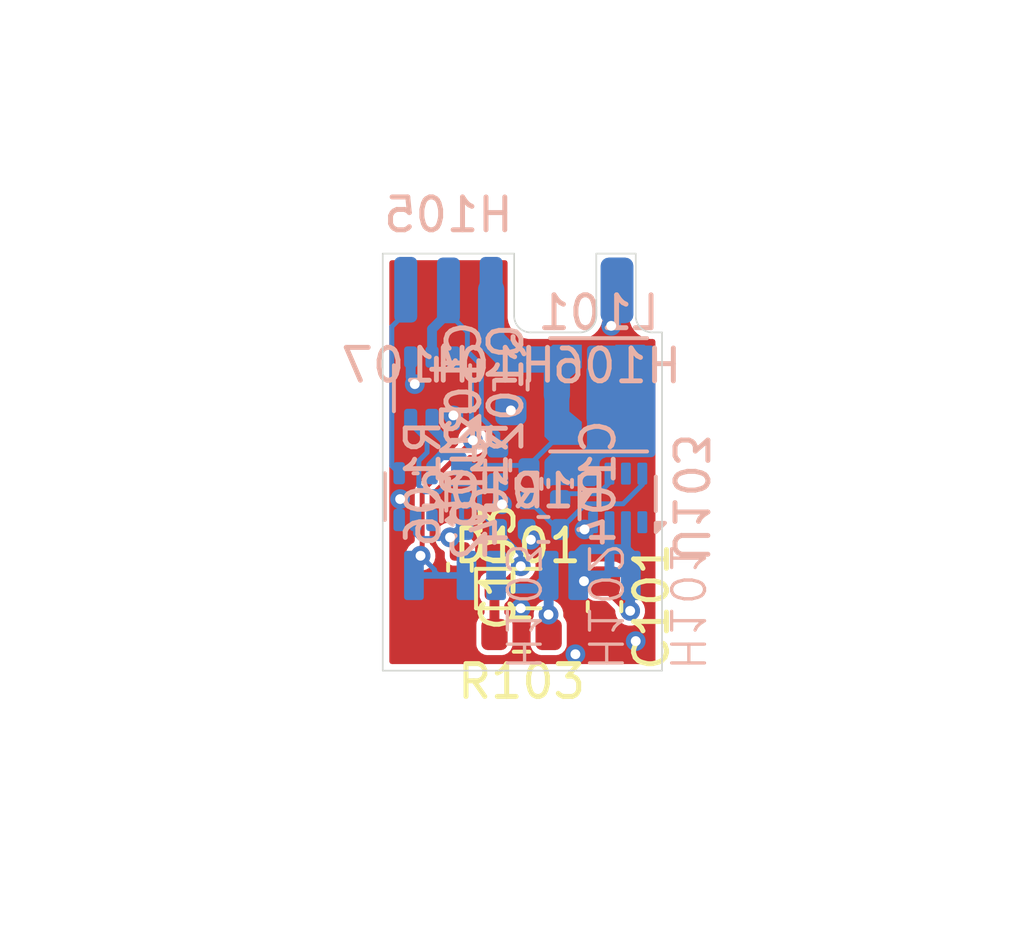
<source format=kicad_pcb>
(kicad_pcb (version 20241229) (generator "pcbnew") (generator_version "9.0")
  (layers (0 "F.Cu" signal) (2 "B.Cu" signal) (13 "F.Paste" user) (15 "B.Paste" user) (5 "F.SilkS" user "F.Silkscreen") (7 "B.SilkS" user "B.Silkscreen") (1 "F.Mask" user) (3 "B.Mask" user) (25 "Edge.Cuts" user))
  (net 0 "")
  (net 1 "GND")
  (net 3 "+3V3")
  (net 4 "/IO4")
  (net 5 "/IO5")
  (net 8 "/V+")
  (net 9 "/IN")
  (net 10 "/BST")
  (net 11 "/SW")
  (net 12 "/DBUS_R")
  (net 13 "/DBUS")
  (net 14 "/V-")
  (net 15 "/FB")
  (footprint "Capacitor_SMD:C_0603_1608Metric" (layer "F.Cu") (at 106.750001 110.75 -90)
    (property "Reference" "C101" (at 0 -1.43 90) (layer "F.SilkS"))
    (property "Value" "1u")
    (fp_line (start -0.140581 0.51) (end 0.140581 0.51) (stroke (width 0.12)) (layer "F.SilkS"))
    (fp_line (start -0.140581 -0.51) (end 0.140581 -0.51) (stroke (width 0.12)) (layer "F.SilkS"))
    (pad "1" smd roundrect (at -0.775 0 270) (size 0.9 0.95) (layers "F.Cu" "F.Mask" "F.Paste") (net 8 "/V+"))
    (pad "2" smd roundrect (at 0.775 0 270) (size 0.9 0.95) (layers "F.Cu" "F.Mask" "F.Paste") (net 1 "GND"))
  )
  (footprint "Diode_SMD:D_SOD-523" (layer "F.Cu") (at 104.1 110.2)
    (property "Reference" "D101" (at 0 -1.3 0) (layer "F.SilkS"))
    (property "Value" "ESD5Z5.0T1G")
    (fp_line (start -1.26 -0.6) (end -1.26 0.6) (stroke (width 0.12)) (layer "F.SilkS"))
    (fp_line (start 0.7 -0.6) (end -1.26 -0.6) (stroke (width 0.12)) (layer "F.SilkS"))
    (fp_line (start 0.7 0.6) (end -1.26 0.6) (stroke (width 0.12)) (layer "F.SilkS"))
    (pad "1" smd roundrect (at -0.7 0 180) (size 0.6 0.7) (layers "F.Cu" "F.Mask" "F.Paste") (net 12 "/DBUS_R"))
    (pad "2" smd roundrect (at 0.7 0 180) (size 0.6 0.7) (layers "F.Cu" "F.Mask" "F.Paste") (net 1 "GND"))
  )
  (footprint "Resistor_SMD:R_0603_1608Metric" (layer "F.Cu") (at 104.225 111.6 180)
    (property "Reference" "R103" (at 0 -1.43 0) (layer "F.SilkS"))
    (property "Value" "100R")
    (fp_line (start -0.237258 0.5225) (end 0.237258 0.5225) (stroke (width 0.12)) (layer "F.SilkS"))
    (fp_line (start -0.237258 -0.5225) (end 0.237258 -0.5225) (stroke (width 0.12)) (layer "F.SilkS"))
    (pad "1" smd roundrect (at -0.825 0 180) (size 0.8 0.95) (layers "F.Cu" "F.Mask" "F.Paste") (net 13 "/DBUS"))
    (pad "2" smd roundrect (at 0.825 0 180) (size 0.8 0.95) (layers "F.Cu" "F.Mask" "F.Paste") (net 12 "/DBUS_R"))
  )
  (footprint "Capacitor_SMD:C_0402_1005Metric" (layer "F.Cu") (at 102.35 109.55 -90)
    (property "Reference" "C103" (at 0 -1.16 90) (layer "F.SilkS"))
    (property "Value" "C_15p_0402_NP0_5%_50V")
    (fp_line (start -0.107836 0.36) (end 0.107836 0.36) (stroke (width 0.12)) (layer "F.SilkS"))
    (fp_line (start -0.107836 -0.36) (end 0.107836 -0.36) (stroke (width 0.12)) (layer "F.SilkS"))
    (pad "1" smd roundrect (at -0.48 0 270) (size 0.56 0.62) (layers "F.Cu" "F.Mask" "F.Paste") (net 9 "/IN"))
    (pad "2" smd roundrect (at 0.48 0 270) (size 0.56 0.62) (layers "F.Cu" "F.Mask" "F.Paste") (net 1 "GND"))
  )
  (footprint "Resistor_SMD:R_0402_1005Metric" (layer "B.Cu") (at 103 108.4 180)
    (property "Reference" "R102" (at 0 1.17 0) (layer "B.SilkS") (effects (justify mirror)))
    (property "Value" "R_10K0_0402_0W063_1%_100PPM_50V")
    (fp_line (start -0.153641 0.38) (end 0.153641 0.38) (stroke (width 0.12)) (layer "B.SilkS"))
    (fp_line (start -0.153641 -0.38) (end 0.153641 -0.38) (stroke (width 0.12)) (layer "B.SilkS"))
    (pad "1" smd roundrect (at -0.509999 0 180) (size 0.54 0.64) (layers "B.Cu" "B.Mask" "B.Paste") (net 12 "/DBUS_R"))
    (pad "2" smd roundrect (at 0.509999 0 180) (size 0.54 0.64) (layers "B.Cu" "B.Mask" "B.Paste") (net 9 "/IN"))
  )
  (footprint "Resistor_SMD:R_0402_1005Metric" (layer "B.Cu") (at 103.5 106.45 -90)
    (property "Reference" "R105" (at 0 1.17 90) (layer "B.SilkS") (effects (justify mirror)))
    (property "Value" "R_75K_0402_0W063_1%_100PPM_50V")
    (fp_line (start -0.153641 0.38) (end 0.153641 0.38) (stroke (width 0.12)) (layer "B.SilkS"))
    (fp_line (start -0.153641 -0.38) (end 0.153641 -0.38) (stroke (width 0.12)) (layer "B.SilkS"))
    (pad "1" smd roundrect (at -0.509999 0 270) (size 0.54 0.64) (layers "B.Cu" "B.Mask" "B.Paste") (net 4 "/IO4"))
    (pad "2" smd roundrect (at 0.509999 0 270) (size 0.54 0.64) (layers "B.Cu" "B.Mask" "B.Paste") (net 1 "GND"))
  )
  (footprint "Spring_Fingers:TE_2040852-1" (layer "B.Cu") (at 104.25 110.75 90)
    (property "Reference" "H102" (at 0 2.5 270) (layer "B.SilkS") (effects (font (thickness 0.1)) (justify mirror)))
    (property "Value" "MountingHole_Pad")
    (pad "1" smd roundrect (at 0.95 -0.8 90) (size 1.5 0.6) (layers "B.Cu" "B.Mask" "B.Paste") (roundrect_rratio 0.15) (net 13 "/DBUS"))
    (pad "1" smd roundrect (at 0.95 0.8 90) (size 1.5 0.6) (layers "B.Cu" "B.Mask" "B.Paste") (roundrect_rratio 0.15) (net 13 "/DBUS"))
  )
  (footprint "Package_TO_SOT_SMD:SOT-583-8" (layer "B.Cu") (at 107.15 107.44 90)
    (property "Reference" "U103" (at 0 2.2 270) (layer "B.SilkS") (effects (justify mirror)))
    (property "Value" "TPS62933P")
    (fp_line (start 0.65 -1.159999) (end -0.65 -1.159999) (stroke (width 0.12)) (layer "B.SilkS"))
    (fp_line (start 0.65 1.159999) (end -0.4 1.16) (stroke (width 0.12)) (layer "B.SilkS"))
    (fp_poly (pts (xy -0.76 1.16) (xy -1.04 1.16) (xy -0.76 1.44) (xy -0.76 1.16)) (stroke (width 0.12)) (fill yes) (layer "B.SilkS"))
    (pad "1" smd roundrect (at -0.74 0.75 90) (size 0.67 0.3) (layers "B.Cu" "B.Mask" "B.Paste") (roundrect_rratio 0.1666666667))
    (pad "2" smd roundrect (at -0.74 0.25 90) (size 0.67 0.3) (layers "B.Cu" "B.Mask" "B.Paste") (roundrect_rratio 0.1666666667) (net 8 "/V+"))
    (pad "3" smd roundrect (at -0.74 -0.25 90) (size 0.67 0.3) (layers "B.Cu" "B.Mask" "B.Paste") (roundrect_rratio 0.1666666667) (net 8 "/V+"))
    (pad "4" smd roundrect (at -0.74 -0.75 90) (size 0.67 0.3) (layers "B.Cu" "B.Mask" "B.Paste") (roundrect_rratio 0.1666666667) (net 1 "GND"))
    (pad "5" smd roundrect (at 0.74 -0.75 90) (size 0.67 0.3) (layers "B.Cu" "B.Mask" "B.Paste") (roundrect_rratio 0.1666666667) (net 11 "/SW"))
    (pad "6" smd roundrect (at 0.74 -0.25 90) (size 0.67 0.3) (layers "B.Cu" "B.Mask" "B.Paste") (roundrect_rratio 0.1666666667) (net 10 "/BST"))
    (pad "7" smd roundrect (at 0.74 0.25 90) (size 0.67 0.3) (layers "B.Cu" "B.Mask" "B.Paste") (roundrect_rratio 0.1666666667))
    (pad "8" smd roundrect (at 0.74 0.75 90) (size 0.67 0.3) (layers "B.Cu" "B.Mask" "B.Paste") (roundrect_rratio 0.1666666667) (net 15 "/FB"))
  )
  (footprint "Connector_Wire:SolderWirePad_1x01_SMD_1.5x3mm" (layer "B.Cu") (at 107.13 101.12)
    (property "Reference" "H106" (at 0 2.300001 180) (layer "B.SilkS") (effects (justify mirror)))
    (property "Value" "MountingHole_Pad")
    (pad "1" smd roundrect (at 0 0) (size 1 2) (layers "B.Cu" "B.Mask") (net 1 "GND"))
  )
  (footprint "Resistor_SMD:R_0402_1005Metric" (layer "B.Cu") (at 104.45 107.009999 -90)
    (property "Reference" "R104" (at 0 1.17 90) (layer "B.SilkS") (effects (justify mirror)))
    (property "Value" "R_75K_0402_0W063_1%_100PPM_50V")
    (fp_line (start -0.153641 0.38) (end 0.153641 0.38) (stroke (width 0.12)) (layer "B.SilkS"))
    (fp_line (start -0.153641 -0.38) (end 0.153641 -0.38) (stroke (width 0.12)) (layer "B.SilkS"))
    (pad "1" smd roundrect (at -0.509999 0 270) (size 0.54 0.64) (layers "B.Cu" "B.Mask" "B.Paste") (net 3 "+3V3"))
    (pad "2" smd roundrect (at 0.509999 0 270) (size 0.54 0.64) (layers "B.Cu" "B.Mask" "B.Paste") (net 15 "/FB"))
  )
  (footprint "Package_TO_SOT_SMD:SOT-363_SC-70-6" (layer "B.Cu") (at 101.5 104.1 90)
    (property "Reference" "Q102" (at 0 2.25 90) (layer "B.SilkS") (effects (justify mirror)))
    (property "Value" "FDG1024NZ")
    (fp_line (start -0.7 -1.16) (end 0.7 -1.16) (stroke (width 0.12)) (layer "B.SilkS"))
    (fp_line (start -0.71 1.16) (end 0.7 1.16) (stroke (width 0.12)) (layer "B.SilkS"))
    (fp_poly (pts (xy -1.08 1.11) (xy -1.32 1.44) (xy -0.84 1.44) (xy -1.08 1.11)) (stroke (width 0.12)) (fill yes) (layer "B.SilkS"))
    (pad "1" smd roundrect (at -0.95 0.65 90) (size 0.65 0.4) (layers "B.Cu" "B.Mask" "B.Paste") (net 1 "GND"))
    (pad "2" smd roundrect (at -0.949999 0 90) (size 0.65 0.4) (layers "B.Cu" "B.Mask" "B.Paste") (net 3 "+3V3"))
    (pad "3" smd roundrect (at -0.95 -0.65 90) (size 0.65 0.4) (layers "B.Cu" "B.Mask" "B.Paste") (net 12 "/DBUS_R"))
    (pad "4" smd roundrect (at 0.95 -0.65 90) (size 0.65 0.4) (layers "B.Cu" "B.Mask" "B.Paste") (net 1 "GND"))
    (pad "5" smd roundrect (at 0.949999 0 90) (size 0.65 0.4) (layers "B.Cu" "B.Mask" "B.Paste") (net 4 "/IO4"))
    (pad "6" smd roundrect (at 0.95 0.65 90) (size 0.65 0.4) (layers "B.Cu" "B.Mask" "B.Paste") (net 14 "/V-"))
  )
  (footprint "Capacitor_SMD:C_0402_1005Metric" (layer "B.Cu") (at 105.4 107 90)
    (property "Reference" "C104" (at 0 1.16 90) (layer "B.SilkS") (effects (justify mirror)))
    (property "Value" "C_100n_0402_X7R_10%_50V")
    (fp_line (start -0.107836 -0.36) (end 0.107836 -0.36) (stroke (width 0.12)) (layer "B.SilkS"))
    (fp_line (start -0.107836 0.36) (end 0.107836 0.36) (stroke (width 0.12)) (layer "B.SilkS"))
    (pad "1" smd roundrect (at -0.48 0 90) (size 0.56 0.62) (layers "B.Cu" "B.Mask" "B.Paste") (net 10 "/BST"))
    (pad "2" smd roundrect (at 0.48 0 90) (size 0.56 0.62) (layers "B.Cu" "B.Mask" "B.Paste") (net 11 "/SW"))
  )
  (footprint "Spring_Fingers:TE_2040852-1" (layer "B.Cu") (at 101.75 110.75 90)
    (property "Reference" "H103" (at 0 2.5 270) (layer "B.SilkS") (effects (font (thickness 0.1)) (justify mirror)))
    (property "Value" "MountingHole_Pad")
    (pad "1" smd roundrect (at 0.95 -0.8 90) (size 1.5 0.6) (layers "B.Cu" "B.Mask" "B.Paste") (roundrect_rratio 0.15) (net 14 "/V-"))
    (pad "1" smd roundrect (at 0.95 0.8 90) (size 1.5 0.6) (layers "B.Cu" "B.Mask" "B.Paste") (roundrect_rratio 0.15) (net 14 "/V-"))
  )
  (footprint "Spring_Fingers:TE_2040852-1" (layer "B.Cu") (at 106.750001 110.75 90)
    (property "Reference" "H101" (at 0 2.5 270) (layer "B.SilkS") (effects (font (thickness 0.1)) (justify mirror)))
    (property "Value" "MountingHole_Pad")
    (pad "1" smd roundrect (at 0.95 -0.8 90) (size 1.5 0.6) (layers "B.Cu" "B.Mask" "B.Paste") (roundrect_rratio 0.15) (net 8 "/V+"))
    (pad "1" smd roundrect (at 0.95 0.8 90) (size 1.5 0.6) (layers "B.Cu" "B.Mask" "B.Paste") (roundrect_rratio 0.15) (net 8 "/V+"))
  )
  (footprint "Connector_Wire:SolderWirePad_1x01_SMD_1.5x3mm" (layer "B.Cu") (at 102 101.12 180)
    (property "Reference" "H105" (at 0 2.300001 0) (layer "B.SilkS") (effects (justify mirror)))
    (property "Value" "MountingHole_Pad")
    (pad "1" smd roundrect (at 0 0 180) (size 0.7 2) (layers "B.Cu" "B.Mask") (net 4 "/IO4"))
  )
  (footprint "Resistor_SMD:R_0402_1005Metric" (layer "B.Cu") (at 102.4 107 -90)
    (property "Reference" "R106" (at 0 1.17 90) (layer "B.SilkS") (effects (justify mirror)))
    (property "Value" "R_75K_0402_0W063_1%_100PPM_50V")
    (fp_line (start -0.153641 0.38) (end 0.153641 0.38) (stroke (width 0.12)) (layer "B.SilkS"))
    (fp_line (start -0.153641 -0.38) (end 0.153641 -0.38) (stroke (width 0.12)) (layer "B.SilkS"))
    (pad "1" smd roundrect (at -0.509999 0 270) (size 0.54 0.64) (layers "B.Cu" "B.Mask" "B.Paste") (net 3 "+3V3"))
    (pad "2" smd roundrect (at 0.509999 0 270) (size 0.54 0.64) (layers "B.Cu" "B.Mask" "B.Paste") (net 9 "/IN"))
  )
  (footprint "Connector_Wire:SolderWirePad_1x01_SMD_1.5x3mm" (layer "B.Cu") (at 100.7 101.1)
    (property "Reference" "H107" (at 0 2.300001 0) (layer "B.SilkS") (effects (justify mirror)))
    (property "Value" "MountingHole_Pad")
    (pad "1" smd roundrect (at 0 0) (size 0.7 2) (layers "B.Cu" "B.Mask") (net 5 "/IO5"))
  )
  (footprint "Connector_Wire:SolderWirePad_1x01_SMD_1.5x3mm" (layer "B.Cu") (at 103.3 101.1)
    (property "Reference" "H104" (at 0 2.300001 180) (layer "B.SilkS") (effects (justify mirror)))
    (property "Value" "MountingHole_Pad")
    (pad "1" smd roundrect (at 0 0) (size 0.7 2) (layers "B.Cu" "B.Mask") (net 3 "+3V3"))
  )
  (footprint "Resistor_SMD:R_0402_1005Metric" (layer "B.Cu") (at 104.890001 108.4 180)
    (property "Reference" "R101" (at 0 1.17 0) (layer "B.SilkS") (effects (justify mirror)))
    (property "Value" "R_24K0_0402_0W063_1%_100PPM_50V")
    (fp_line (start -0.153641 0.38) (end 0.153641 0.38) (stroke (width 0.12)) (layer "B.SilkS"))
    (fp_line (start -0.153641 -0.38) (end 0.153641 -0.38) (stroke (width 0.12)) (layer "B.SilkS"))
    (pad "1" smd roundrect (at -0.509999 0 180) (size 0.54 0.64) (layers "B.Cu" "B.Mask" "B.Paste") (net 15 "/FB"))
    (pad "2" smd roundrect (at 0.509999 0 180) (size 0.54 0.64) (layers "B.Cu" "B.Mask" "B.Paste") (net 1 "GND"))
  )
  (footprint "Capacitor_SMD:C_0603_1608Metric" (layer "B.Cu") (at 103.9 104 -90)
    (property "Reference" "C102" (at 0 1.43 90) (layer "B.SilkS") (effects (justify mirror)))
    (property "Value" "10u")
    (fp_line (start -0.140581 0.51) (end 0.140581 0.51) (stroke (width 0.12)) (layer "B.SilkS"))
    (fp_line (start -0.140581 -0.51) (end 0.140581 -0.51) (stroke (width 0.12)) (layer "B.SilkS"))
    (pad "1" smd roundrect (at -0.775 0 270) (size 0.9 0.95) (layers "B.Cu" "B.Mask" "B.Paste") (net 3 "+3V3"))
    (pad "2" smd roundrect (at 0.775 0 270) (size 0.9 0.95) (layers "B.Cu" "B.Mask" "B.Paste") (net 1 "GND"))
  )
  (footprint "Inductor_SMD:L_Coilcraft_LPS3010" (layer "B.Cu") (at 106.570001 104.3 180)
    (property "Reference" "L101" (at 0 2.5 0) (layer "B.SilkS") (effects (justify mirror)))
    (property "Value" "SRN3015C-2R2M")
    (fp_line (start -1.475 1.725) (end 1.475 1.725) (stroke (width 0.12)) (layer "B.SilkS"))
    (fp_line (start -1.475 -1.725) (end 1.475 -1.725) (stroke (width 0.12)) (layer "B.SilkS"))
    (pad "1" smd custom (at -1.270001 0 180) (size 0.76 2.54) (layers "B.Cu" "B.Mask" "B.Paste") (net 11 "/SW") (options (clearance outline) (anchor rect)) (primitives (gr_poly (pts (xy 0.76 0.825) (xy 0.38 0.51) (xy 0.38 -0.51) (xy 0.76 -0.825) (xy 0.76 -1.525) (xy -0.125 -1.525) (xy -0.38 -1.27) (xy -0.38 1.27) (xy -0.125 1.525) (xy 0.76 1.525)) (width 0) (fill yes))))
    (pad "2" smd custom (at 1.270001 0) (size 0.76 2.54) (layers "B.Cu" "B.Mask" "B.Paste") (net 3 "+3V3") (options (clearance outline) (anchor rect)) (primitives (gr_poly (pts (xy 0.76 0.825) (xy 0.38 0.51) (xy 0.38 -0.51) (xy 0.76 -0.825) (xy 0.76 -1.525) (xy -0.125 -1.525) (xy -0.38 -1.27) (xy -0.38 1.27) (xy -0.125 1.525) (xy 0.76 1.525)) (width 0) (fill yes))))
  )
  (footprint "Package_TO_SOT_SMD:SOT-553" (layer "B.Cu") (at 101 107.4 90)
    (property "Reference" "U102" (at 0 1.65 90) (layer "B.SilkS") (effects (justify mirror)))
    (property "Value" "SN74LVC1G14DRL")
    (fp_line (start 0.71 -0.935) (end -0.71 -0.935) (stroke (width 0.12)) (layer "B.SilkS"))
    (fp_line (start 0.71 0.065) (end 0.71 -0.065) (stroke (width 0.12)) (layer "B.SilkS"))
    (fp_line (start -0.425568 0.935) (end 0.71 0.935) (stroke (width 0.12)) (layer "B.SilkS"))
    (fp_poly (pts (xy -0.72 0.939999) (xy -0.86 1.13) (xy -0.58 1.13)) (stroke (width 0.12)) (fill yes) (layer "B.SilkS"))
    (pad "1" smd roundrect (at -0.7125 0.5 90) (size 0.675 0.35) (layers "B.Cu" "B.Mask" "B.Paste"))
    (pad "2" smd roundrect (at -0.712501 0 90) (size 0.675 0.35) (layers "B.Cu" "B.Mask" "B.Paste") (net 9 "/IN"))
    (pad "3" smd roundrect (at -0.7125 -0.5 90) (size 0.675 0.35) (layers "B.Cu" "B.Mask" "B.Paste") (net 1 "GND"))
    (pad "4" smd roundrect (at 0.7125 -0.5 90) (size 0.675 0.35) (layers "B.Cu" "B.Mask" "B.Paste") (net 5 "/IO5"))
    (pad "5" smd roundrect (at 0.7125 0.5 90) (size 0.675 0.35) (layers "B.Cu" "B.Mask" "B.Paste") (net 3 "+3V3"))
  )
  (gr_line (start 104.5 102.4) (end 106 102.4) (stroke (width 0.05)) (layer "Edge.Cuts"))
  (gr_line (start 108.5 112.7) (end 99.999999 112.7) (stroke (width 0.05)) (layer "Edge.Cuts"))
  (gr_line (start 100 100) (end 104 100) (stroke (width 0.05)) (layer "Edge.Cuts"))
  (gr_line (start 106.5 101.9) (end 106.499999 100) (stroke (width 0.05)) (layer "Edge.Cuts"))
  (gr_line (start 108.2 102.4) (end 108.5 102.4) (stroke (width 0.05)) (layer "Edge.Cuts"))
  (gr_line (start 108.5 102.4) (end 108.5 112.7) (stroke (width 0.05)) (layer "Edge.Cuts"))
  (gr_line (start 104 100) (end 104 101.9) (stroke (width 0.05)) (layer "Edge.Cuts"))
  (gr_line (start 106.499999 100) (end 107.7 100) (stroke (width 0.05)) (layer "Edge.Cuts"))
  (gr_arc (start 108.2 102.4) (mid 107.846447 102.253553) (end 107.7 101.9) (stroke (width 0.05)) (layer "Edge.Cuts"))
  (gr_arc (start 106.5 101.9) (mid 106.353553 102.253553) (end 106 102.4) (stroke (width 0.05)) (layer "Edge.Cuts"))
  (gr_line (start 107.7 100) (end 107.7 101.9) (stroke (width 0.05)) (layer "Edge.Cuts"))
  (gr_line (start 99.999999 112.7) (end 100 100) (stroke (width 0.05)) (layer "Edge.Cuts"))
  (gr_arc (start 104.5 102.4) (mid 104.146447 102.253553) (end 104 101.9) (stroke (width 0.05)) (layer "Edge.Cuts"))
  (segment (start 106.750001 111.525) (end 107.025001 111.8) (width 0.5) (layer "F.Cu") (net 1))
  (segment (start 107.025001 111.8) (end 107.7 111.8) (width 0.5) (layer "F.Cu") (net 1))
  (segment (start 106.750001 111.525) (end 106.538721 111.525) (width 0.5) (layer "F.Cu") (net 1))
  (segment (start 104.8 110.2) (end 104.2 110.8) (width 0.3) (layer "F.Cu") (net 1))
  (segment (start 106.538721 111.525) (end 105.863721 112.2) (width 0.5) (layer "F.Cu") (net 1))
  (via (at 103.9 104.775) (size 0.6) (drill 0.3) (layers "F.Cu" "B.Cu") (net 1))
  (via (at 100.9755 103.9745) (size 0.6) (drill 0.3) (layers "F.Cu" "B.Cu") (net 1))
  (via (at 105.863721 112.2) (size 0.6) (drill 0.3) (layers "F.Cu" "B.Cu") (net 1))
  (via (at 103.63 107.63575) (size 0.6) (drill 0.3) (layers "F.Cu" "B.Cu") (net 1))
  (via (at 107.7 111.8) (size 0.6) (drill 0.3) (layers "F.Cu" "B.Cu") (net 1))
  (via (at 106.954121 102.199428) (size 0.6) (drill 0.3) (layers "F.Cu" "B.Cu") (net 1))
  (via (at 100.529634 107.475) (size 0.6) (drill 0.3) (layers "F.Cu" "B.Cu") (net 1))
  (via (at 104.508798 108.71238) (size 0.6) (drill 0.3) (layers "F.Cu" "B.Cu") (net 1))
  (via (at 104.2 110.8) (size 0.6) (drill 0.3) (layers "F.Cu" "B.Cu") (net 1))
  (via (at 102.149998 104.927415) (size 0.6) (drill 0.3) (layers "F.Cu" "B.Cu") (net 1))
  (via (at 106.142461 108.4) (size 0.6) (drill 0.3) (layers "F.Cu" "B.Cu") (net 1))
  (segment (start 104.380002 108.583584) (end 104.508798 108.71238) (width 0.15) (layer "B.Cu") (net 1))
  (segment (start 102.15 104.927417) (end 102.15 105.05) (width 0.3) (layer "B.Cu") (net 1))
  (segment (start 100.5 107.512562) (end 100.5 108.1125) (width 0.15) (layer "B.Cu") (net 1))
  (segment (start 103.5 106.959999) (end 103.504249 106.964248) (width 0.3) (layer "B.Cu") (net 1))
  (segment (start 107.13 101.12) (end 107.13 102.023549) (width 0.3) (layer "B.Cu") (net 1))
  (segment (start 106.362461 108.18) (end 106.142461 108.4) (width 0.15) (layer "B.Cu") (net 1))
  (segment (start 100.9755 103.9745) (end 100.9755 103.8765) (width 0.3) (layer "B.Cu") (net 1))
  (segment (start 100.85 103.751) (end 100.85 103.15) (width 0.3) (layer "B.Cu") (net 1))
  (segment (start 104.380002 108.4) (end 104.380002 108.583584) (width 0.15) (layer "B.Cu") (net 1))
  (segment (start 106.4 108.18) (end 106.362461 108.18) (width 0.15) (layer "B.Cu") (net 1))
  (segment (start 102.149998 104.805127) (end 102.149998 104.927415) (width 0.3) (layer "B.Cu") (net 1))
  (segment (start 100.529634 107.482928) (end 100.5 107.512562) (width 0.15) (layer "B.Cu") (net 1))
  (segment (start 103.504249 107.509999) (end 103.63 107.63575) (width 0.3) (layer "B.Cu") (net 1))
  (segment (start 107.13 102.023549) (end 106.954121 102.199428) (width 0.3) (layer "B.Cu") (net 1))
  (segment (start 100.9755 103.8765) (end 100.85 103.751) (width 0.3) (layer "B.Cu") (net 1))
  (segment (start 103.5 106.959999) (end 103.5 107.519998) (width 0.2) (layer "B.Cu") (net 1))
  (segment (start 103.504249 106.964248) (end 103.504249 107.509999) (width 0.3) (layer "B.Cu") (net 1))
  (segment (start 102.149998 104.927415) (end 102.15 104.927417) (width 0.3) (layer "B.Cu") (net 1))
  (segment (start 100.529634 107.475) (end 100.529634 107.482928) (width 0.15) (layer "B.Cu") (net 1))
  (segment (start 104.45 106.5) (end 104.45 106.45) (width 0.15) (layer "B.Cu") (net 3))
  (segment (start 101.89475 105.68962) (end 101.5 105.29487) (width 0.3) (layer "B.Cu") (net 3))
  (segment (start 103.3 102.625) (end 103.9 103.225) (width 0.8) (layer "B.Cu") (net 3))
  (segment (start 105.3 105.6) (end 105.3 104.3) (width 0.15) (layer "B.Cu") (net 3))
  (segment (start 101.5 105.29487) (end 101.5 105.049999) (width 0.3) (layer "B.Cu") (net 3))
  (segment (start 102.4 106.190001) (end 102.35 106.140001) (width 0.3) (layer "B.Cu") (net 3))
  (segment (start 102.4 106.490001) (end 102.4 106.190001) (width 0.3) (layer "B.Cu") (net 3))
  (segment (start 104.45 106.5) (end 104.4 106.5) (width 0.15) (layer "B.Cu") (net 3))
  (segment (start 101.795961 106.140001) (end 101.5 106.435962) (width 0.3) (layer "B.Cu") (net 3))
  (segment (start 102.440001 106.45) (end 104.4 106.45) (width 0.15) (layer "B.Cu") (net 3))
  (segment (start 102.4 106.490001) (end 102.440001 106.45) (width 0.15) (layer "B.Cu") (net 3))
  (segment (start 104.4 106.45) (end 104.45 106.5) (width 0.15) (layer "B.Cu") (net 3))
  (segment (start 103.3 101.1) (end 103.3 102.625) (width 0.8) (layer "B.Cu") (net 3))
  (segment (start 105.3 103.3) (end 105.225 103.225) (width 0.8) (layer "B.Cu") (net 3))
  (segment (start 102.35 106.140001) (end 102.047499 106.140001) (width 0.3) (layer "B.Cu") (net 3))
  (segment (start 102.047499 106.140001) (end 101.89475 105.987252) (width 0.3) (layer "B.Cu") (net 3))
  (segment (start 102.047499 106.140001) (end 101.795961 106.140001) (width 0.3) (layer "B.Cu") (net 3))
  (segment (start 101.89475 105.987252) (end 101.89475 105.68962) (width 0.3) (layer "B.Cu") (net 3))
  (segment (start 104.45 106.45) (end 105.3 105.6) (width 0.15) (layer "B.Cu") (net 3))
  (segment (start 101.5 106.435962) (end 101.5 106.6875) (width 0.3) (layer "B.Cu") (net 3))
  (segment (start 105.225 103.225) (end 103.9 103.225) (width 0.8) (layer "B.Cu") (net 3))
  (segment (start 105.3 104.3) (end 105.3 103.3) (width 0.8) (layer "B.Cu") (net 3))
  (segment (start 101.5 103.150001) (end 101.5 102.3) (width 0.3) (layer "B.Cu") (net 4))
  (segment (start 102 101.81) (end 102 101.12) (width 0.15) (layer "B.Cu") (net 4))
  (segment (start 102.576 102.976) (end 102.576 102.386) (width 0.15) (layer "B.Cu") (net 4))
  (segment (start 103.001 103.401) (end 102.576 102.976) (width 0.15) (layer "B.Cu") (net 4))
  (segment (start 103.5 105.494044) (end 103.001 104.995044) (width 0.15) (layer "B.Cu") (net 4))
  (segment (start 102.576 102.386) (end 102 101.81) (width 0.15) (layer "B.Cu") (net 4))
  (segment (start 103.001 103.401) (end 102.925 103.325) (width 0.15) (layer "B.Cu") (net 4))
  (segment (start 103.001 104.995044) (end 103.001 103.401) (width 0.15) (layer "B.Cu") (net 4))
  (segment (start 101.5 102.3) (end 102 101.8) (width 0.3) (layer "B.Cu") (net 4))
  (segment (start 103.5 105.940001) (end 103.5 105.494044) (width 0.15) (layer "B.Cu") (net 4))
  (segment (start 102 101.8) (end 102 101.12) (width 0.3) (layer "B.Cu") (net 4))
  (segment (start 100.275999 106.463499) (end 100.276 102.224) (width 0.15) (layer "B.Cu") (net 5))
  (segment (start 100.7 101.8) (end 100.7 101.1) (width 0.15) (layer "B.Cu") (net 5))
  (segment (start 100.276 102.224) (end 100.7 101.8) (width 0.15) (layer "B.Cu") (net 5))
  (segment (start 100.5 106.6875) (end 100.275999 106.463499) (width 0.15) (layer "B.Cu") (net 5))
  (segment (start 106.125001 109.975) (end 106.750001 109.975) (width 0.3) (layer "F.Cu") (net 8))
  (segment (start 106.750001 109.975) (end 106.750001 110.098564) (width 0.3) (layer "F.Cu") (net 8))
  (segment (start 106.750001 110.098564) (end 107.530187 110.87875) (width 0.3) (layer "F.Cu") (net 8))
  (via (at 107.530187 110.87875) (size 0.6) (drill 0.3) (layers "F.Cu" "B.Cu") (net 8))
  (via (at 106.125001 109.975) (size 0.6) (drill 0.3) (layers "F.Cu" "B.Cu") (net 8))
  (segment (start 107.450001 109.7) (end 107.550001 109.8) (width 0.3) (layer "B.Cu") (net 8))
  (segment (start 106.8 109.8) (end 106.9 109.7) (width 0.3) (layer "B.Cu") (net 8))
  (segment (start 105.950001 109.250001) (end 105.9 109.2) (width 0.3) (layer "B.Cu") (net 8))
  (segment (start 106.125001 109.975) (end 105.950001 109.8) (width 0.3) (layer "B.Cu") (net 8))
  (segment (start 107.530187 110.87875) (end 107.530187 109.819814) (width 0.3) (layer "B.Cu") (net 8))
  (segment (start 107.530187 109.819814) (end 107.550001 109.8) (width 0.3) (layer "B.Cu") (net 8))
  (segment (start 106.125001 109.975) (end 106.300001 109.8) (width 0.3) (layer "B.Cu") (net 8))
  (segment (start 107.4 108.18) (end 107.4 109) (width 0.3) (layer "B.Cu") (net 8))
  (segment (start 106.9 109) (end 107.4 109) (width 0.3) (layer "B.Cu") (net 8))
  (segment (start 107.550001 109.150001) (end 107.4 109) (width 0.3) (layer "B.Cu") (net 8))
  (segment (start 106.300001 109.8) (end 106.8 109.8) (width 0.3) (layer "B.Cu") (net 8))
  (segment (start 106.9 108.18) (end 106.9 109) (width 0.3) (layer "B.Cu") (net 8))
  (segment (start 106.1 109) (end 106.9 109) (width 0.3) (layer "B.Cu") (net 8))
  (segment (start 107.550001 109.8) (end 107.550001 109.150001) (width 0.3) (layer "B.Cu") (net 8))
  (segment (start 105.950001 109.8) (end 105.950001 109.250001) (width 0.3) (layer "B.Cu") (net 8))
  (segment (start 105.9 109.2) (end 106.1 109) (width 0.3) (layer "B.Cu") (net 8))
  (segment (start 106.9 109) (end 106.9 109.7) (width 0.3) (layer "B.Cu") (net 8))
  (segment (start 106.9 109.7) (end 107.450001 109.7) (width 0.3) (layer "B.Cu") (net 8))
  (segment (start 102.307929 108.9) (end 102.52 108.9) (width 0.2) (layer "F.Cu") (net 9))
  (segment (start 102.048241 108.640312) (end 102.307929 108.9) (width 0.2) (layer "F.Cu") (net 9))
  (via (at 102.048241 108.640312) (size 0.6) (drill 0.3) (layers "F.Cu" "B.Cu") (net 9))
  (segment (start 102.4 108.309999) (end 102.490001 108.4) (width 0.15) (layer "B.Cu") (net 9))
  (segment (start 102.048241 108.640312) (end 102.048241 108.595878) (width 0.15) (layer "B.Cu") (net 9))
  (segment (start 101.75547 108.640312) (end 101.719782 108.676) (width 0.15) (layer "B.Cu") (net 9))
  (segment (start 101.719782 108.676) (end 101.145386 108.676) (width 0.15) (layer "B.Cu") (net 9))
  (segment (start 102.048241 108.595878) (end 102.244119 108.4) (width 0.15) (layer "B.Cu") (net 9))
  (segment (start 102.4 107.509999) (end 102.4 108.309999) (width 0.15) (layer "B.Cu") (net 9))
  (segment (start 102.048241 108.640312) (end 101.922668 108.765885) (width 0.15) (layer "B.Cu") (net 9))
  (segment (start 101.145386 108.676) (end 101 108.530614) (width 0.15) (layer "B.Cu") (net 9))
  (segment (start 102.244119 108.4) (end 102.490001 108.4) (width 0.15) (layer "B.Cu") (net 9))
  (segment (start 101 108.530614) (end 101 108.112501) (width 0.15) (layer "B.Cu") (net 9))
  (segment (start 102.048241 108.640312) (end 101.75547 108.640312) (width 0.15) (layer "B.Cu") (net 9))
  (segment (start 105.6 107.4) (end 105.48 107.4) (width 0.2) (layer "B.Cu") (net 10))
  (segment (start 106.565708 107.311) (end 105.569 107.311) (width 0.15) (layer "B.Cu") (net 10))
  (segment (start 105.4 107.48) (end 105.48 107.4) (width 0.2) (layer "B.Cu") (net 10))
  (segment (start 105.569 107.311) (end 105.4 107.48) (width 0.15) (layer "B.Cu") (net 10))
  (segment (start 106.9 106.976708) (end 106.565708 107.311) (width 0.15) (layer "B.Cu") (net 10))
  (segment (start 105.4 107.48) (end 105.544 107.336) (width 0.2) (layer "B.Cu") (net 10))
  (segment (start 106.9 106.7) (end 106.9 106.976708) (width 0.15) (layer "B.Cu") (net 10))
  (segment (start 106.4 106.7) (end 105.58 106.7) (width 0.3) (layer "B.Cu") (net 11))
  (segment (start 105.58 106.7) (end 105.4 106.52) (width 0.3) (layer "B.Cu") (net 11))
  (segment (start 103.4 111.6) (end 103.4 110.2) (width 0.3) (layer "F.Cu") (net 12))
  (segment (start 103.518994 110.2) (end 104.2 109.518994) (width 0.15) (layer "F.Cu") (net 12))
  (segment (start 103.4 110.2) (end 103.518994 110.2) (width 0.15) (layer "F.Cu") (net 12))
  (via (at 104.2 109.518994) (size 0.6) (drill 0.3) (layers "F.Cu" "B.Cu") (net 12))
  (segment (start 101.956783 107.013999) (end 102.738274 107.013999) (width 0.15) (layer "B.Cu") (net 12))
  (segment (start 101.099 107.069782) (end 101.280218 107.251) (width 0.15) (layer "B.Cu") (net 12))
  (segment (start 103.509999 108.4) (end 102.946 107.836001) (width 0.15) (layer "B.Cu") (net 12))
  (segment (start 102.946 107.836001) (end 102.946 107.5) (width 0.15) (layer "B.Cu") (net 12))
  (segment (start 103.409999 108.440613) (end 103.409999 108.4) (width 0.15) (layer "B.Cu") (net 12))
  (segment (start 100.85 105.05) (end 100.85 105.188803) (width 0.15) (layer "B.Cu") (net 12))
  (segment (start 102.946 107.221725) (end 102.946 107.5) (width 0.15) (layer "B.Cu") (net 12))
  (segment (start 101.35 106.054218) (end 101.099 106.305218) (width 0.15) (layer "B.Cu") (net 12))
  (segment (start 101.719782 107.251) (end 101.956783 107.013999) (width 0.15) (layer "B.Cu") (net 12))
  (segment (start 102.738274 107.013999) (end 102.946 107.221725) (width 0.15) (layer "B.Cu") (net 12))
  (segment (start 104.2 109.15) (end 103.509999 108.459999) (width 0.15) (layer "B.Cu") (net 12))
  (segment (start 101.099 106.305218) (end 101.099 107.069782) (width 0.15) (layer "B.Cu") (net 12))
  (segment (start 103.509999 108.4) (end 103.35288 108.4) (width 0.15) (layer "B.Cu") (net 12))
  (segment (start 101.35 105.688803) (end 101.35 106.054218) (width 0.15) (layer "B.Cu") (net 12))
  (segment (start 103.509999 108.459999) (end 103.509999 108.4) (width 0.15) (layer "B.Cu") (net 12))
  (segment (start 104.2 109.518994) (end 104.2 109.15) (width 0.15) (layer "B.Cu") (net 12))
  (segment (start 101.280218 107.251) (end 101.719782 107.251) (width 0.15) (layer "B.Cu") (net 12))
  (segment (start 100.85 105.188803) (end 101.35 105.688803) (width 0.15) (layer "B.Cu") (net 12))
  (segment (start 103.455727 108.4) (end 103.509999 108.4) (width 0.15) (layer "B.Cu") (net 12))
  (segment (start 102.946 107.5) (end 102.946 107.287001) (width 0.15) (layer "B.Cu") (net 12))
  (segment (start 105.045372 110.992723) (end 105.045372 111.595372) (width 0.3) (layer "F.Cu") (net 13))
  (segment (start 105.045372 111.595372) (end 105.05 111.6) (width 0.3) (layer "F.Cu") (net 13))
  (via (at 105.045372 110.992723) (size 0.6) (drill 0.3) (layers "F.Cu" "B.Cu") (net 13))
  (segment (start 104.651 110.199) (end 103.849 110.199) (width 0.3) (layer "B.Cu") (net 13))
  (segment (start 105.05 109.8) (end 104.651 110.199) (width 0.3) (layer "B.Cu") (net 13))
  (segment (start 105.05 110.988095) (end 105.05 109.8) (width 0.3) (layer "B.Cu") (net 13))
  (segment (start 105.045372 110.992723) (end 105.05 110.988095) (width 0.3) (layer "B.Cu") (net 13))
  (segment (start 103.849 110.199) (end 103.45 109.8) (width 0.3) (layer "B.Cu") (net 13))
  (segment (start 101.15 109.201) (end 101.2 109.151) (width 0.15) (layer "F.Cu") (net 14))
  (segment (start 101.2 109.151) (end 101.2 107.228169) (width 0.15) (layer "F.Cu") (net 14))
  (segment (start 101.2 107.228169) (end 102.742221 105.685948) (width 0.15) (layer "F.Cu") (net 14))
  (via (at 102.742221 105.685948) (size 0.6) (drill 0.3) (layers "F.Cu" "B.Cu") (net 14))
  (via (at 101.15 109.201) (size 0.6) (drill 0.3) (layers "F.Cu" "B.Cu") (net 14))
  (segment (start 101.573624 109.624624) (end 101.573624 109.673624) (width 0.15) (layer "B.Cu") (net 14))
  (segment (start 101.573624 109.673624) (end 101.7 109.8) (width 0.15) (layer "B.Cu") (net 14))
  (segment (start 102.7 103.825678) (end 102.15 103.275678) (width 0.15) (layer "B.Cu") (net 14))
  (segment (start 102.7 105.643727) (end 102.7 103.825678) (width 0.15) (layer "B.Cu") (net 14))
  (segment (start 100.95 109.8) (end 101.7 109.8) (width 0.2) (layer "B.Cu") (net 14))
  (segment (start 102.15 103.275678) (end 102.15 103.15) (width 0.15) (layer "B.Cu") (net 14))
  (segment (start 102.742221 105.685948) (end 102.7 105.643727) (width 0.15) (layer "B.Cu") (net 14))
  (segment (start 101.7 109.8) (end 102.55 109.8) (width 0.2) (layer "B.Cu") (net 14))
  (segment (start 101.15 109.201) (end 101.573624 109.624624) (width 0.15) (layer "B.Cu") (net 14))
  (segment (start 105.4 108.4) (end 105.330002 108.4) (width 0.15) (layer "B.Cu") (net 15))
  (segment (start 105.4 108.4) (end 105.280002 108.4) (width 0.15) (layer "B.Cu") (net 15))
  (segment (start 107.9 107.035) (end 107.9 106.7) (width 0.15) (layer "B.Cu") (net 15))
  (segment (start 105.330002 108.4) (end 104.45 107.519998) (width 0.15) (layer "B.Cu") (net 15))
  (segment (start 105.4 108.4) (end 106.181 107.619) (width 0.15) (layer "B.Cu") (net 15))
  (segment (start 106.181 107.619) (end 107.316 107.619) (width 0.15) (layer "B.Cu") (net 15))
  (segment (start 107.316 107.619) (end 107.9 107.035) (width 0.15) (layer "B.Cu") (net 15))
  (zone (net 1) (net_name "GND") (layer "F.Cu") (connect_pads thru_hole_only (clearance 0.15)) (min_thickness 0.15) (fill yes (thermal_gap 0.5) (thermal_bridge_width 0.5))
    (polygon (pts (xy 100 112.7) (xy 108.5 112.7) (xy 108.5 99.4) (xy 100 99.4)))
  )
  (zone (net 11) (net_name "/SW") (layer "B.Cu") (priority 1) (connect_pads yes (clearance 0.15)) (min_thickness 0.25) (fill yes (thermal_gap 0.5) (thermal_bridge_width 0.5))
    (polygon (pts (xy 108.5 102.8) (xy 108.5 106.2) (xy 106.8 106.2) (xy 106.8 107.1) (xy 104.9 107.1) (xy 104.9 105.9) (xy 106.2 105.9) (xy 106.2 102.8)))
  )
)
</source>
